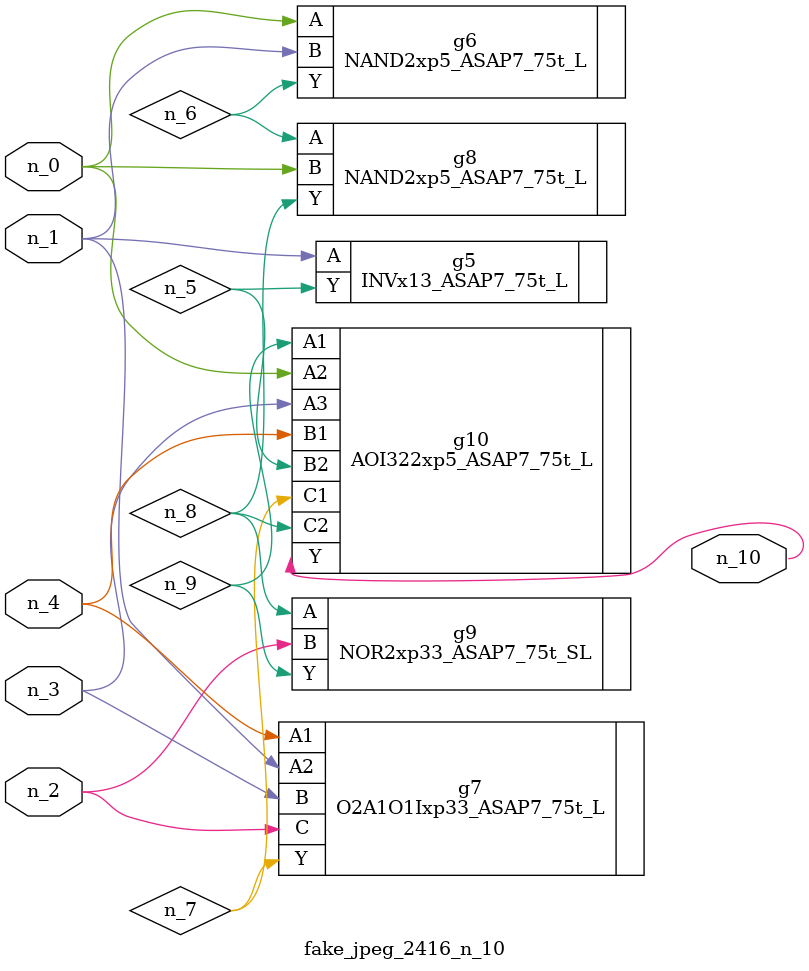
<source format=v>
module fake_jpeg_2416_n_10 (n_3, n_2, n_1, n_0, n_4, n_10);

input n_3;
input n_2;
input n_1;
input n_0;
input n_4;

output n_10;

wire n_8;
wire n_9;
wire n_6;
wire n_5;
wire n_7;

INVx13_ASAP7_75t_L g5 ( 
.A(n_1),
.Y(n_5)
);

NAND2xp5_ASAP7_75t_L g6 ( 
.A(n_0),
.B(n_1),
.Y(n_6)
);

O2A1O1Ixp33_ASAP7_75t_L g7 ( 
.A1(n_4),
.A2(n_1),
.B(n_3),
.C(n_2),
.Y(n_7)
);

NAND2xp5_ASAP7_75t_L g8 ( 
.A(n_6),
.B(n_0),
.Y(n_8)
);

NOR2xp33_ASAP7_75t_SL g9 ( 
.A(n_8),
.B(n_2),
.Y(n_9)
);

AOI322xp5_ASAP7_75t_L g10 ( 
.A1(n_9),
.A2(n_0),
.A3(n_3),
.B1(n_4),
.B2(n_5),
.C1(n_7),
.C2(n_8),
.Y(n_10)
);


endmodule
</source>
